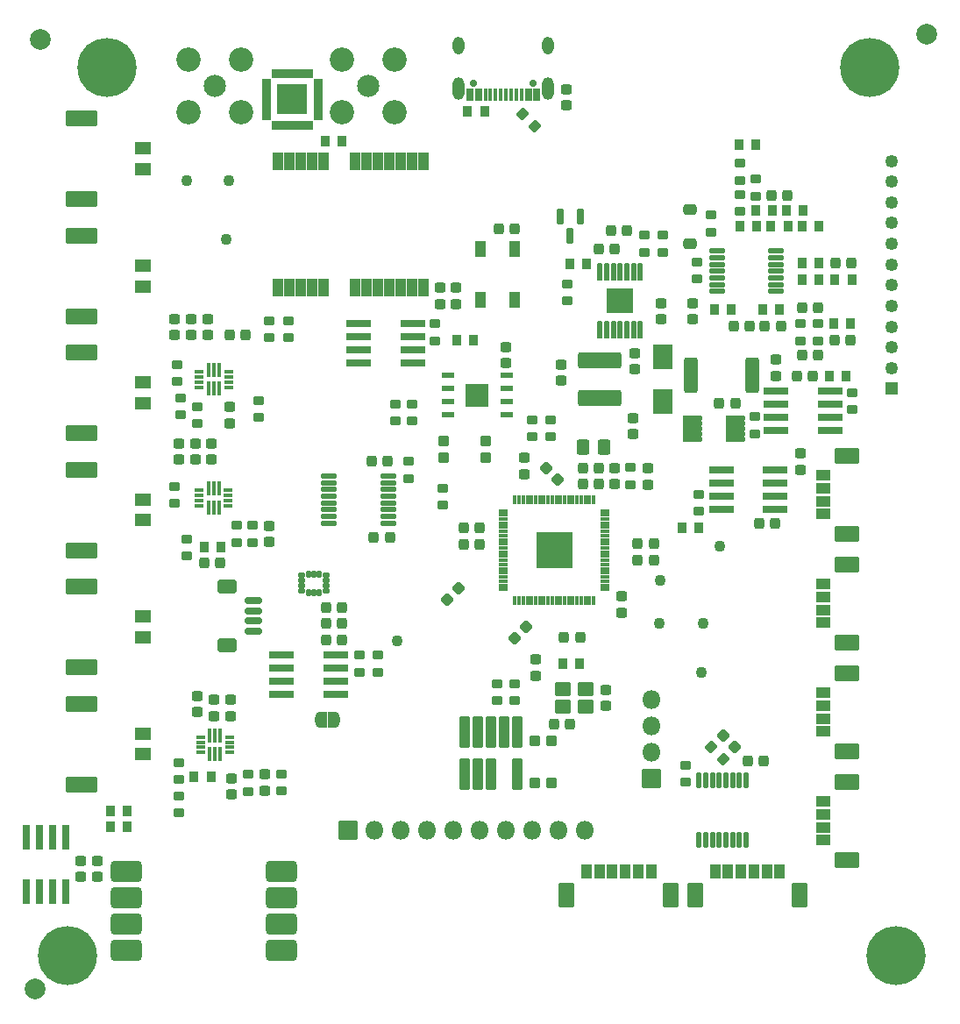
<source format=gts>
%TF.GenerationSoftware,KiCad,Pcbnew,8.0.8*%
%TF.CreationDate,2025-03-29T21:42:45-04:00*%
%TF.ProjectId,ADCS_board,41444353-5f62-46f6-9172-642e6b696361,v1.2*%
%TF.SameCoordinates,Original*%
%TF.FileFunction,Soldermask,Top*%
%TF.FilePolarity,Negative*%
%FSLAX46Y46*%
G04 Gerber Fmt 4.6, Leading zero omitted, Abs format (unit mm)*
G04 Created by KiCad (PCBNEW 8.0.8) date 2025-03-29 21:42:45*
%MOMM*%
%LPD*%
G01*
G04 APERTURE LIST*
G04 Aperture macros list*
%AMRoundRect*
0 Rectangle with rounded corners*
0 $1 Rounding radius*
0 $2 $3 $4 $5 $6 $7 $8 $9 X,Y pos of 4 corners*
0 Add a 4 corners polygon primitive as box body*
4,1,4,$2,$3,$4,$5,$6,$7,$8,$9,$2,$3,0*
0 Add four circle primitives for the rounded corners*
1,1,$1+$1,$2,$3*
1,1,$1+$1,$4,$5*
1,1,$1+$1,$6,$7*
1,1,$1+$1,$8,$9*
0 Add four rect primitives between the rounded corners*
20,1,$1+$1,$2,$3,$4,$5,0*
20,1,$1+$1,$4,$5,$6,$7,0*
20,1,$1+$1,$6,$7,$8,$9,0*
20,1,$1+$1,$8,$9,$2,$3,0*%
%AMFreePoly0*
4,1,35,0.535921,0.785921,0.550800,0.750000,0.550800,-0.750000,0.535921,-0.785921,0.500000,-0.800800,0.000000,-0.800800,-0.012286,-0.795711,-0.071157,-0.795711,-0.085469,-0.793653,-0.222020,-0.753558,-0.235173,-0.747552,-0.354895,-0.670611,-0.365822,-0.661142,-0.459019,-0.553587,-0.466836,-0.541423,-0.525955,-0.411969,-0.530029,-0.398096,-0.550283,-0.257230,-0.550800,-0.250000,-0.550800,0.250000,
-0.550283,0.257230,-0.530029,0.398096,-0.525955,0.411969,-0.466836,0.541423,-0.459019,0.553587,-0.365822,0.661142,-0.354895,0.670611,-0.235173,0.747552,-0.222020,0.753558,-0.085469,0.793653,-0.071157,0.795711,-0.012286,0.795711,0.000000,0.800800,0.500000,0.800800,0.535921,0.785921,0.535921,0.785921,$1*%
%AMFreePoly1*
4,1,35,0.012286,0.795711,0.071157,0.795711,0.085469,0.793653,0.222020,0.753558,0.235173,0.747552,0.354895,0.670611,0.365822,0.661142,0.459019,0.553587,0.466836,0.541423,0.525955,0.411969,0.530029,0.398096,0.550283,0.257230,0.550800,0.250000,0.550800,-0.250000,0.550283,-0.257230,0.530029,-0.398096,0.525955,-0.411969,0.466836,-0.541423,0.459019,-0.553587,0.365822,-0.661142,
0.354895,-0.670611,0.235173,-0.747552,0.222020,-0.753558,0.085469,-0.793653,0.071157,-0.795711,0.012286,-0.795711,0.000000,-0.800800,-0.500000,-0.800800,-0.535921,-0.785921,-0.550800,-0.750000,-0.550800,0.750000,-0.535921,0.785921,-0.500000,0.800800,0.000000,0.800800,0.012286,0.795711,0.012286,0.795711,$1*%
G04 Aperture macros list end*
%ADD10RoundRect,0.063500X-0.152400X0.800100X-0.152400X-0.800100X0.152400X-0.800100X0.152400X0.800100X0*%
%ADD11RoundRect,0.063500X-1.230000X1.155000X-1.230000X-1.155000X1.230000X-1.155000X1.230000X1.155000X0*%
%ADD12RoundRect,0.250400X-0.275400X0.250400X-0.275400X-0.250400X0.275400X-0.250400X0.275400X0.250400X0*%
%ADD13RoundRect,0.250400X0.275400X-0.250400X0.275400X0.250400X-0.275400X0.250400X-0.275400X-0.250400X0*%
%ADD14RoundRect,0.225400X0.225400X0.300400X-0.225400X0.300400X-0.225400X-0.300400X0.225400X-0.300400X0*%
%ADD15RoundRect,0.250400X0.250400X0.275400X-0.250400X0.275400X-0.250400X-0.275400X0.250400X-0.275400X0*%
%ADD16C,5.701600*%
%ADD17C,2.000000*%
%ADD18RoundRect,0.225400X0.371797X0.053033X0.053033X0.371797X-0.371797X-0.053033X-0.053033X-0.371797X0*%
%ADD19RoundRect,0.225400X-0.300400X0.225400X-0.300400X-0.225400X0.300400X-0.225400X0.300400X0.225400X0*%
%ADD20RoundRect,0.225400X-0.225400X-0.300400X0.225400X-0.300400X0.225400X0.300400X-0.225400X0.300400X0*%
%ADD21RoundRect,0.225400X0.300400X-0.225400X0.300400X0.225400X-0.300400X0.225400X-0.300400X-0.225400X0*%
%ADD22RoundRect,0.270735X-0.392565X-1.455065X0.392565X-1.455065X0.392565X1.455065X-0.392565X1.455065X0*%
%ADD23RoundRect,0.355555X-1.795245X0.445245X-1.795245X-0.445245X1.795245X-0.445245X1.795245X0.445245X0*%
%ADD24RoundRect,0.050800X0.889000X0.165100X-0.889000X0.165100X-0.889000X-0.165100X0.889000X-0.165100X0*%
%ADD25RoundRect,0.250400X-0.250400X-0.275400X0.250400X-0.275400X0.250400X0.275400X-0.250400X0.275400X0*%
%ADD26C,0.701600*%
%ADD27RoundRect,0.050800X0.300000X0.575000X-0.300000X0.575000X-0.300000X-0.575000X0.300000X-0.575000X0*%
%ADD28RoundRect,0.050800X0.150000X0.575000X-0.150000X0.575000X-0.150000X-0.575000X0.150000X-0.575000X0*%
%ADD29O,1.101600X2.201600*%
%ADD30O,1.101600X1.701600*%
%ADD31RoundRect,0.525400X-1.025400X-0.525400X1.025400X-0.525400X1.025400X0.525400X-1.025400X0.525400X0*%
%ADD32RoundRect,0.250400X-0.017678X0.371797X-0.371797X0.017678X0.017678X-0.371797X0.371797X-0.017678X0*%
%ADD33RoundRect,0.050800X0.725000X-0.550000X0.725000X0.550000X-0.725000X0.550000X-0.725000X-0.550000X0*%
%ADD34RoundRect,0.050800X1.449999X-0.675000X1.449999X0.675000X-1.449999X0.675000X-1.449999X-0.675000X0*%
%ADD35C,1.101600*%
%ADD36RoundRect,0.063500X0.152400X-0.381000X0.152400X0.381000X-0.152400X0.381000X-0.152400X-0.381000X0*%
%ADD37RoundRect,0.063500X0.381000X0.152400X-0.381000X0.152400X-0.381000X-0.152400X0.381000X-0.152400X0*%
%ADD38RoundRect,0.063500X-0.152400X0.381000X-0.152400X-0.381000X0.152400X-0.381000X0.152400X0.381000X0*%
%ADD39RoundRect,0.063500X-0.381000X-0.152400X0.381000X-0.152400X0.381000X0.152400X-0.381000X0.152400X0*%
%ADD40RoundRect,0.063500X1.397000X-1.397000X1.397000X1.397000X-1.397000X1.397000X-1.397000X-1.397000X0*%
%ADD41RoundRect,0.125400X0.125400X-0.662900X0.125400X0.662900X-0.125400X0.662900X-0.125400X-0.662900X0*%
%ADD42RoundRect,0.050800X-0.647700X0.419100X-0.647700X-0.419100X0.647700X-0.419100X0.647700X0.419100X0*%
%ADD43RoundRect,0.050800X-1.130300X0.698500X-1.130300X-0.698500X1.130300X-0.698500X1.130300X0.698500X0*%
%ADD44RoundRect,0.050800X0.419100X0.647700X-0.419100X0.647700X-0.419100X-0.647700X0.419100X-0.647700X0*%
%ADD45RoundRect,0.050800X0.698500X1.130300X-0.698500X1.130300X-0.698500X-1.130300X0.698500X-1.130300X0*%
%ADD46RoundRect,0.050800X-0.450000X0.750000X-0.450000X-0.750000X0.450000X-0.750000X0.450000X0.750000X0*%
%ADD47RoundRect,0.050800X-0.100000X0.650000X-0.100000X-0.650000X0.100000X-0.650000X0.100000X0.650000X0*%
%ADD48RoundRect,0.050800X-0.400000X-0.125000X0.400000X-0.125000X0.400000X0.125000X-0.400000X0.125000X0*%
%ADD49RoundRect,0.272087X-0.353713X-0.478713X0.353713X-0.478713X0.353713X0.478713X-0.353713X0.478713X0*%
%ADD50RoundRect,0.080400X0.360400X-0.080400X0.360400X0.080400X-0.360400X0.080400X-0.360400X-0.080400X0*%
%ADD51RoundRect,0.080400X-0.080400X-0.360400X0.080400X-0.360400X0.080400X0.360400X-0.080400X0.360400X0*%
%ADD52RoundRect,0.050800X-0.566666X-0.566666X0.566666X-0.566666X0.566666X0.566666X-0.566666X0.566666X0*%
%ADD53RoundRect,0.175400X-0.175400X0.612900X-0.175400X-0.612900X0.175400X-0.612900X0.175400X0.612900X0*%
%ADD54RoundRect,0.102000X-0.237500X-0.125000X0.237500X-0.125000X0.237500X0.125000X-0.237500X0.125000X0*%
%ADD55RoundRect,0.102000X0.125000X-0.237500X0.125000X0.237500X-0.125000X0.237500X-0.125000X-0.237500X0*%
%ADD56FreePoly0,0.000000*%
%ADD57FreePoly1,0.000000*%
%ADD58RoundRect,0.102000X-0.370000X-1.395000X0.370000X-1.395000X0.370000X1.395000X-0.370000X1.395000X0*%
%ADD59RoundRect,0.050800X-0.700000X-0.600000X0.700000X-0.600000X0.700000X0.600000X-0.700000X0.600000X0*%
%ADD60RoundRect,0.125400X-0.662900X-0.125400X0.662900X-0.125400X0.662900X0.125400X-0.662900X0.125400X0*%
%ADD61RoundRect,0.050800X0.304800X1.104900X-0.304800X1.104900X-0.304800X-1.104900X0.304800X-1.104900X0*%
%ADD62RoundRect,0.050800X0.450000X0.450000X-0.450000X0.450000X-0.450000X-0.450000X0.450000X-0.450000X0*%
%ADD63RoundRect,0.050800X-1.104900X0.304800X-1.104900X-0.304800X1.104900X-0.304800X1.104900X0.304800X0*%
%ADD64RoundRect,0.050800X1.104900X-0.304800X1.104900X0.304800X-1.104900X0.304800X-1.104900X-0.304800X0*%
%ADD65RoundRect,0.175400X0.650400X-0.175400X0.650400X0.175400X-0.650400X0.175400X-0.650400X-0.175400X0*%
%ADD66RoundRect,0.271166X0.679634X-0.379634X0.679634X0.379634X-0.679634X0.379634X-0.679634X-0.379634X0*%
%ADD67RoundRect,0.050800X0.850000X0.850000X-0.850000X0.850000X-0.850000X-0.850000X0.850000X-0.850000X0*%
%ADD68O,1.801600X1.801600*%
%ADD69RoundRect,0.063500X0.406400X0.812800X-0.406400X0.812800X-0.406400X-0.812800X0.406400X-0.812800X0*%
%ADD70RoundRect,0.050800X0.850000X-0.850000X0.850000X0.850000X-0.850000X0.850000X-0.850000X-0.850000X0*%
%ADD71RoundRect,0.225400X-0.371797X-0.053033X-0.053033X-0.371797X0.371797X0.053033X0.053033X0.371797X0*%
%ADD72RoundRect,0.125400X0.662900X0.125400X-0.662900X0.125400X-0.662900X-0.125400X0.662900X-0.125400X0*%
%ADD73RoundRect,0.063500X-0.525000X-0.225000X0.525000X-0.225000X0.525000X0.225000X-0.525000X0.225000X0*%
%ADD74RoundRect,0.063500X1.050000X-1.050000X1.050000X1.050000X-1.050000X1.050000X-1.050000X-1.050000X0*%
%ADD75RoundRect,0.250400X0.371797X0.017678X0.017678X0.371797X-0.371797X-0.017678X-0.017678X-0.371797X0*%
%ADD76RoundRect,0.050800X-0.450000X0.450000X-0.450000X-0.450000X0.450000X-0.450000X0.450000X0.450000X0*%
%ADD77RoundRect,0.250400X-0.371797X-0.017678X-0.017678X-0.371797X0.371797X0.017678X0.017678X0.371797X0*%
%ADD78RoundRect,0.050800X-0.850000X-1.175000X0.850000X-1.175000X0.850000X1.175000X-0.850000X1.175000X0*%
%ADD79RoundRect,0.250400X-0.400400X0.250400X-0.400400X-0.250400X0.400400X-0.250400X0.400400X0.250400X0*%
%ADD80C,2.151600*%
%ADD81C,2.351600*%
%ADD82RoundRect,0.050800X-0.575000X0.575000X-0.575000X-0.575000X0.575000X-0.575000X0.575000X0.575000X0*%
%ADD83C,1.251600*%
G04 APERTURE END LIST*
D10*
X158766134Y-77289496D03*
X158116121Y-77289496D03*
X157466112Y-77289496D03*
X156816100Y-77289496D03*
X156166088Y-77289496D03*
X155516079Y-77289496D03*
X154866066Y-77289496D03*
X154866066Y-82826696D03*
X155516079Y-82826696D03*
X156166088Y-82826696D03*
X156816100Y-82826696D03*
X157466112Y-82826696D03*
X158116121Y-82826696D03*
X158766134Y-82826696D03*
D11*
X156816100Y-80058096D03*
D12*
X151100000Y-86250000D03*
X151100000Y-87800000D03*
D13*
X158050000Y-92975000D03*
X158050000Y-91425000D03*
X158200000Y-86690500D03*
X158200000Y-85140500D03*
D14*
X153606000Y-76517500D03*
X151956000Y-76517500D03*
D15*
X156286500Y-75057000D03*
X154736500Y-75057000D03*
D16*
X107236100Y-57564100D03*
X103426100Y-143294100D03*
X183426100Y-143294100D03*
X180896100Y-57564100D03*
D17*
X100330000Y-146558000D03*
D18*
X148583363Y-63183363D03*
X147416637Y-62016637D03*
D13*
X151600000Y-61200000D03*
X151600000Y-59650000D03*
D19*
X159194500Y-73724000D03*
X159194500Y-75374000D03*
D20*
X142075000Y-61800000D03*
X143725000Y-61800000D03*
D15*
X157493000Y-73279000D03*
X155943000Y-73279000D03*
D19*
X151750000Y-78425000D03*
X151750000Y-80075000D03*
D21*
X160909000Y-75374000D03*
X160909000Y-73724000D03*
D22*
X163637500Y-87300000D03*
X169562500Y-87300000D03*
D23*
X154813000Y-85830000D03*
X154813000Y-89430000D03*
D13*
X160750000Y-81875000D03*
X160750000Y-80325000D03*
X163785950Y-81875000D03*
X163785950Y-80325000D03*
D21*
X169800000Y-92925000D03*
X169800000Y-91275000D03*
D24*
X167944700Y-93400001D03*
X167944700Y-92899999D03*
X167944700Y-92400000D03*
X167944700Y-91900001D03*
X167944700Y-91399999D03*
X163855300Y-91399999D03*
X163855300Y-91900001D03*
X163855300Y-92400000D03*
X163855300Y-92899999D03*
X163855300Y-93400001D03*
D25*
X166375000Y-90000000D03*
X167925000Y-90000000D03*
D26*
X148437000Y-59053000D03*
X142667000Y-59053000D03*
D27*
X148752000Y-60128000D03*
X147952000Y-60128000D03*
D28*
X146802000Y-60128000D03*
X145802000Y-60128000D03*
X145302000Y-60128000D03*
X144302000Y-60128000D03*
D27*
X143152000Y-60128000D03*
X142352000Y-60128000D03*
D28*
X143802000Y-60128000D03*
X144802000Y-60128000D03*
X146302000Y-60128000D03*
X147302000Y-60128000D03*
D29*
X149872000Y-59553000D03*
D30*
X149872000Y-55413000D03*
D29*
X141232000Y-59553000D03*
D30*
X141232000Y-55413000D03*
D31*
X109100000Y-135180000D03*
X109100000Y-137720000D03*
X109100000Y-140260000D03*
X109100000Y-142800000D03*
X124100000Y-135180000D03*
X124100000Y-137720000D03*
X124100000Y-140260000D03*
X124100000Y-142800000D03*
D32*
X147750000Y-111551992D03*
X146653984Y-112648008D03*
D25*
X158525000Y-105100000D03*
X160075000Y-105100000D03*
X150425000Y-120950000D03*
X151975000Y-120950000D03*
D33*
X110750000Y-76671501D03*
X110750000Y-78671502D03*
D34*
X104775001Y-73776503D03*
X104775001Y-81566498D03*
D20*
X141025000Y-83850000D03*
X142675000Y-83850000D03*
D25*
X169132125Y-124544624D03*
X170682125Y-124544624D03*
D13*
X117330000Y-95375000D03*
X117330000Y-93825000D03*
D17*
X186436000Y-54356000D03*
D15*
X143275000Y-103600000D03*
X141725000Y-103600000D03*
D12*
X119300000Y-126175000D03*
X119300000Y-127725000D03*
D14*
X109225000Y-129300000D03*
X107575000Y-129300000D03*
D21*
X164204500Y-77947000D03*
X164204500Y-76297000D03*
D19*
X122920000Y-81975000D03*
X122920000Y-83625000D03*
D35*
X118750000Y-74150000D03*
D25*
X128425000Y-111250000D03*
X129975000Y-111250000D03*
D33*
X110750000Y-110571500D03*
X110750000Y-112571501D03*
D34*
X104775001Y-107676502D03*
X104775001Y-115466497D03*
D14*
X172240000Y-80917000D03*
X170590000Y-80917000D03*
D21*
X148300000Y-93225000D03*
X148300000Y-91575000D03*
D19*
X139700000Y-98175000D03*
X139700000Y-99825000D03*
D36*
X123400000Y-63110000D03*
X123900000Y-63110000D03*
X124400000Y-63110000D03*
X124900000Y-63110000D03*
X125400000Y-63110000D03*
X125900000Y-63110000D03*
X126400000Y-63110000D03*
X126900000Y-63110000D03*
D37*
X127650000Y-62360000D03*
X127650000Y-61860000D03*
X127650000Y-61360000D03*
X127650000Y-60860000D03*
X127650000Y-60360000D03*
X127650000Y-59860000D03*
X127650000Y-59360000D03*
X127650000Y-58860000D03*
D38*
X126900000Y-58110000D03*
X126400000Y-58110000D03*
X125900000Y-58110000D03*
X125400000Y-58110000D03*
X124900000Y-58110000D03*
X124400000Y-58110000D03*
X123900000Y-58110000D03*
X123400000Y-58110000D03*
D39*
X122650000Y-58860000D03*
X122650000Y-59360000D03*
X122650000Y-59860000D03*
X122650000Y-60360000D03*
X122650000Y-60860000D03*
X122650000Y-61360000D03*
X122650000Y-61860000D03*
X122650000Y-62360000D03*
D40*
X125150000Y-60610000D03*
D12*
X119115000Y-90345000D03*
X119115000Y-91895000D03*
D19*
X115000000Y-103075000D03*
X115000000Y-104725000D03*
X121350000Y-101775000D03*
X121350000Y-103425000D03*
D20*
X168377000Y-72877000D03*
X170027000Y-72877000D03*
X171377000Y-72877000D03*
X173027000Y-72877000D03*
D19*
X179250000Y-88925000D03*
X179250000Y-90575000D03*
D12*
X148650000Y-114725000D03*
X148650000Y-116275000D03*
D33*
X110750000Y-121871501D03*
X110750000Y-123871502D03*
D34*
X104775001Y-118976503D03*
X104775001Y-126766498D03*
D20*
X174375000Y-76400000D03*
X176025000Y-76400000D03*
D35*
X166450000Y-103750000D03*
X115000000Y-68500000D03*
D13*
X106300000Y-135725000D03*
X106300000Y-134175000D03*
D20*
X174377000Y-72877000D03*
X176027000Y-72877000D03*
D15*
X172977000Y-69877000D03*
X171427000Y-69877000D03*
D21*
X136700000Y-91675000D03*
X136700000Y-90025000D03*
D15*
X143275000Y-102000000D03*
X141725000Y-102000000D03*
D25*
X153225000Y-96250000D03*
X154775000Y-96250000D03*
D32*
X141248008Y-107851992D03*
X140151992Y-108948008D03*
D19*
X168402000Y-69802000D03*
X168402000Y-71452000D03*
D41*
X164432125Y-132107124D03*
X165082125Y-132107124D03*
X165732125Y-132107124D03*
X166382125Y-132107124D03*
X167032125Y-132107124D03*
X167682125Y-132107124D03*
X168332125Y-132107124D03*
X168982125Y-132107124D03*
X168982125Y-126382124D03*
X168332125Y-126382124D03*
X167682125Y-126382124D03*
X167032125Y-126382124D03*
X166382125Y-126382124D03*
X165732125Y-126382124D03*
X165082125Y-126382124D03*
X164432125Y-126382124D03*
D19*
X174200000Y-82266999D03*
X174200000Y-83916999D03*
D13*
X113800000Y-83375000D03*
X113800000Y-81825000D03*
D21*
X164450000Y-100425000D03*
X164450000Y-98775000D03*
D12*
X157000000Y-108625000D03*
X157000000Y-110175000D03*
D13*
X141000000Y-80375000D03*
X141000000Y-78825000D03*
X114200000Y-95375000D03*
X114200000Y-93825000D03*
D19*
X133400000Y-114275000D03*
X133400000Y-115925000D03*
D15*
X172345000Y-82490000D03*
X170795000Y-82490000D03*
D42*
X176405800Y-132175000D03*
X176405800Y-130925000D03*
X176405800Y-129675000D03*
X176405800Y-128425000D03*
D43*
X178700690Y-126524999D03*
X178700690Y-134075001D03*
D25*
X151400000Y-112600000D03*
X152950000Y-112600000D03*
D44*
X165982125Y-135150424D03*
X167232125Y-135150424D03*
X168482125Y-135150424D03*
X169732125Y-135150424D03*
X170982125Y-135150424D03*
X172232125Y-135150424D03*
D45*
X174132126Y-137445314D03*
X164082124Y-137445314D03*
D13*
X156300000Y-97775000D03*
X156300000Y-96225000D03*
D15*
X134375000Y-95600000D03*
X132825000Y-95600000D03*
D46*
X146600000Y-75100000D03*
X143300000Y-75100000D03*
X143300000Y-80000000D03*
X146600000Y-80000000D03*
D25*
X167795000Y-82490000D03*
X169345000Y-82490000D03*
D47*
X118090126Y-86770188D03*
X117590000Y-86770188D03*
X117089874Y-86770188D03*
D48*
X116190000Y-86920000D03*
X116190000Y-87420126D03*
X116190000Y-87920252D03*
X116190000Y-88420378D03*
D47*
X117089874Y-88570190D03*
X117590000Y-88570190D03*
X118090126Y-88570190D03*
D48*
X118990000Y-88420378D03*
X118990000Y-87920252D03*
X118990000Y-87420126D03*
X118990000Y-86920000D03*
D15*
X179175000Y-76400000D03*
X177625000Y-76400000D03*
X171775000Y-101600000D03*
X170225000Y-101600000D03*
D49*
X153197303Y-94217303D03*
X155247303Y-94217303D03*
D42*
X176405800Y-100675000D03*
X176405800Y-99425000D03*
X176405800Y-98175000D03*
X176405800Y-96925000D03*
D43*
X178700690Y-95024999D03*
X178700690Y-102575001D03*
D14*
X179076001Y-82281999D03*
X177426001Y-82281999D03*
D13*
X104700000Y-135725000D03*
X104700000Y-134175000D03*
D19*
X124100000Y-125775000D03*
X124100000Y-127425000D03*
X114390000Y-89445000D03*
X114390000Y-91095000D03*
D50*
X145563500Y-100343333D03*
X145563500Y-100743333D03*
X145563500Y-101143333D03*
X145563500Y-101543333D03*
X145563500Y-101943333D03*
X145563500Y-102343333D03*
X145563500Y-102743333D03*
X145563500Y-103143333D03*
X145563500Y-103543333D03*
X145563500Y-103943333D03*
X145563500Y-104343333D03*
X145563500Y-104743333D03*
X145563500Y-105143333D03*
X145563500Y-105543333D03*
X145563500Y-105943333D03*
X145563500Y-106343333D03*
X145563500Y-106743333D03*
X145563500Y-107143333D03*
X145563500Y-107543333D03*
X145563500Y-107943333D03*
D51*
X146660000Y-109039833D03*
X147060000Y-109039833D03*
X147460000Y-109039833D03*
X147860000Y-109039833D03*
X148260000Y-109039833D03*
X148660000Y-109039833D03*
X149060000Y-109039833D03*
X149460000Y-109039833D03*
X149860000Y-109039833D03*
X150260000Y-109039833D03*
X150660000Y-109039833D03*
X151060000Y-109039833D03*
X151460000Y-109039833D03*
X151860000Y-109039833D03*
X152260000Y-109039833D03*
X152660000Y-109039833D03*
X153060000Y-109039833D03*
X153460000Y-109039833D03*
X153860000Y-109039833D03*
X154260000Y-109039833D03*
D50*
X155356500Y-107943333D03*
X155356500Y-107543333D03*
X155356500Y-107143333D03*
X155356500Y-106743333D03*
X155356500Y-106343333D03*
X155356500Y-105943333D03*
X155356500Y-105543333D03*
X155356500Y-105143333D03*
X155356500Y-104743333D03*
X155356500Y-104343333D03*
X155356500Y-103943333D03*
X155356500Y-103543333D03*
X155356500Y-103143333D03*
X155356500Y-102743333D03*
X155356500Y-102343333D03*
X155356500Y-101943333D03*
X155356500Y-101543333D03*
X155356500Y-101143333D03*
X155356500Y-100743333D03*
X155356500Y-100343333D03*
D51*
X154260000Y-99246833D03*
X153860000Y-99246833D03*
X153460000Y-99246833D03*
X153060000Y-99246833D03*
X152660000Y-99246833D03*
X152260000Y-99246833D03*
X151860000Y-99246833D03*
X151460000Y-99246833D03*
X151060000Y-99246833D03*
X150660000Y-99246833D03*
X150260000Y-99246833D03*
X149860000Y-99246833D03*
X149460000Y-99246833D03*
X149060000Y-99246833D03*
X148660000Y-99246833D03*
X148260000Y-99246833D03*
X147860000Y-99246833D03*
X147460000Y-99246833D03*
X147060000Y-99246833D03*
X146660000Y-99246833D03*
D26*
X149326667Y-103010000D03*
D52*
X149326667Y-103010000D03*
D26*
X149326667Y-104143333D03*
D52*
X149326667Y-104143333D03*
D26*
X149326667Y-105276666D03*
D52*
X149326667Y-105276666D03*
D26*
X150460000Y-103010000D03*
D52*
X150460000Y-103010000D03*
D26*
X150460000Y-104143333D03*
D52*
X150460000Y-104143333D03*
D26*
X150460000Y-105276666D03*
D52*
X150460000Y-105276666D03*
D26*
X151593333Y-103010000D03*
D52*
X151593333Y-103010000D03*
D26*
X151593333Y-104143333D03*
D52*
X151593333Y-104143333D03*
D26*
X151593333Y-105276666D03*
D52*
X151593333Y-105276666D03*
D15*
X175926001Y-80700000D03*
X174376001Y-80700000D03*
D53*
X152950000Y-71962500D03*
X151050000Y-71962500D03*
X152000000Y-73837500D03*
D47*
X118065000Y-98220000D03*
X117564874Y-98220000D03*
X117064748Y-98220000D03*
D48*
X116164874Y-98369812D03*
X116164874Y-98869938D03*
X116164874Y-99370064D03*
X116164874Y-99870190D03*
D47*
X117064748Y-100020002D03*
X117564874Y-100020002D03*
X118065000Y-100020002D03*
D48*
X118964874Y-99870190D03*
X118964874Y-99370064D03*
X118964874Y-98869938D03*
X118964874Y-98369812D03*
D14*
X179225000Y-78000000D03*
X177575000Y-78000000D03*
D54*
X126075000Y-106600000D03*
X126075000Y-107100000D03*
X126075000Y-107600000D03*
X126075000Y-108100000D03*
D55*
X126737500Y-108262500D03*
X127237500Y-108262500D03*
X127737500Y-108262500D03*
D54*
X128400000Y-108100000D03*
X128400000Y-107600000D03*
X128400000Y-107100000D03*
X128400000Y-106600000D03*
D55*
X127737500Y-106437500D03*
X127237500Y-106437500D03*
X126737500Y-106437500D03*
D20*
X107575000Y-130900000D03*
X109225000Y-130900000D03*
D56*
X127900000Y-120550000D03*
D57*
X129200000Y-120550000D03*
D58*
X141795000Y-125800000D03*
X141795000Y-121730000D03*
X143065000Y-125800000D03*
X143065000Y-121730000D03*
X144335000Y-125800000D03*
X144335000Y-121730000D03*
X145605000Y-121730000D03*
X146875000Y-125800000D03*
X146875000Y-121730000D03*
D59*
X151300000Y-119250000D03*
X153500000Y-119250000D03*
X153500000Y-117550000D03*
X151300000Y-117550000D03*
D25*
X128425000Y-112800000D03*
X129975000Y-112800000D03*
D13*
X115400000Y-83375000D03*
X115400000Y-81825000D03*
D60*
X128700000Y-97000000D03*
X128700000Y-97650000D03*
X128700000Y-98300000D03*
X128700000Y-98950000D03*
X128700000Y-99600000D03*
X128700000Y-100250000D03*
X128700000Y-100900000D03*
X128700000Y-101550000D03*
X134425000Y-101550000D03*
X134425000Y-100900000D03*
X134425000Y-100250000D03*
X134425000Y-99600000D03*
X134425000Y-98950000D03*
X134425000Y-98300000D03*
X134425000Y-97650000D03*
X134425000Y-97000000D03*
D19*
X121900000Y-89675000D03*
X121900000Y-91325000D03*
D61*
X103305000Y-131883800D03*
X102035000Y-131883800D03*
X100765000Y-131883800D03*
X99495000Y-131883800D03*
X99495000Y-137116200D03*
X100765000Y-137116200D03*
X102035000Y-137116200D03*
X103305000Y-137116200D03*
D42*
X176405800Y-111175000D03*
X176405800Y-109925000D03*
X176405800Y-108675000D03*
X176405800Y-107425000D03*
D43*
X178700690Y-105524999D03*
X178700690Y-113075001D03*
D62*
X139750000Y-95200000D03*
X143850000Y-95200000D03*
X139750000Y-93600000D03*
X143850000Y-93600000D03*
D63*
X166583800Y-96406900D03*
X166583800Y-97676900D03*
X166583800Y-98946900D03*
X166583800Y-100216900D03*
X171816200Y-100216900D03*
X171816200Y-98946900D03*
X171816200Y-97676900D03*
X171816200Y-96406900D03*
D64*
X129382400Y-118105000D03*
X129382400Y-116835000D03*
X129382400Y-115565000D03*
X129382400Y-114295000D03*
X124150000Y-114295000D03*
X124150000Y-115565000D03*
X124150000Y-116835000D03*
X124150000Y-118105000D03*
D65*
X121425000Y-112000000D03*
X121425000Y-111000000D03*
X121425000Y-110000000D03*
X121425000Y-109000000D03*
D66*
X118900000Y-113300000D03*
X118900000Y-107700000D03*
D35*
X135300000Y-112900000D03*
D21*
X175901001Y-83916999D03*
X175901001Y-82266999D03*
D13*
X115780000Y-95375000D03*
X115780000Y-93825000D03*
D14*
X176025000Y-78000000D03*
X174375000Y-78000000D03*
D67*
X159800000Y-126220000D03*
D68*
X159800000Y-123680000D03*
X159800000Y-121140000D03*
X159800000Y-118600000D03*
D20*
X128325000Y-64650000D03*
X129975000Y-64650000D03*
D15*
X175926001Y-85341999D03*
X174376001Y-85341999D03*
D21*
X114000000Y-87865000D03*
X114000000Y-86215000D03*
D17*
X100838000Y-54864000D03*
D20*
X172877000Y-71377000D03*
X174527000Y-71377000D03*
D13*
X117600000Y-120175000D03*
X117600000Y-118625000D03*
D69*
X137800000Y-66600000D03*
X136700000Y-66600000D03*
X135600000Y-66600000D03*
X134500000Y-66600000D03*
X133400000Y-66600000D03*
X132300000Y-66600000D03*
X131200000Y-66600000D03*
X128200000Y-66600000D03*
X127100000Y-66600000D03*
X126000000Y-66600000D03*
X124900000Y-66600000D03*
X123800000Y-66600000D03*
X123800000Y-78800000D03*
X124900000Y-78800000D03*
X126000000Y-78800000D03*
X127100000Y-78800000D03*
X128200000Y-78800000D03*
X131200000Y-78800000D03*
X132300000Y-78800000D03*
X133400000Y-78800000D03*
X134500000Y-78800000D03*
X135600000Y-78800000D03*
X136700000Y-78800000D03*
X137800000Y-78800000D03*
D42*
X176405800Y-121675000D03*
X176405800Y-120425000D03*
X176405800Y-119175000D03*
X176405800Y-117925000D03*
D43*
X178700690Y-116024999D03*
X178700690Y-123575001D03*
D21*
X146650000Y-118675000D03*
X146650000Y-117025000D03*
D35*
X160600000Y-111200000D03*
D70*
X130560000Y-131200000D03*
D68*
X133100000Y-131200000D03*
X135640000Y-131200000D03*
X138180000Y-131200000D03*
X140720000Y-131200000D03*
X143260000Y-131200000D03*
X145800000Y-131200000D03*
X148340000Y-131200000D03*
X150880000Y-131200000D03*
X153420000Y-131200000D03*
D71*
X165623762Y-123161261D03*
X166790488Y-124327987D03*
D33*
X110750000Y-87971500D03*
X110750000Y-89971501D03*
D34*
X104775001Y-85076502D03*
X104775001Y-92866497D03*
D64*
X136816200Y-86105000D03*
X136816200Y-84835000D03*
X136816200Y-83565000D03*
X136816200Y-82295000D03*
X131583800Y-82295000D03*
X131583800Y-83565000D03*
X131583800Y-84835000D03*
X131583800Y-86105000D03*
D19*
X138900000Y-82275000D03*
X138900000Y-83925000D03*
D25*
X133025000Y-102900000D03*
X134575000Y-102900000D03*
D19*
X168402000Y-66802000D03*
X168402000Y-68452000D03*
D21*
X165615000Y-73445000D03*
X165615000Y-71795000D03*
D13*
X119200000Y-120175000D03*
X119200000Y-118625000D03*
X147550000Y-96800000D03*
X147550000Y-95250000D03*
D35*
X119000000Y-68450000D03*
X160700000Y-107100000D03*
D19*
X114200000Y-124675000D03*
X114200000Y-126325000D03*
D12*
X122900000Y-101825000D03*
X122900000Y-103375000D03*
D72*
X171885000Y-79170000D03*
X171885000Y-78520000D03*
X171885000Y-77870000D03*
X171885000Y-77220000D03*
X171885000Y-76570000D03*
X171885000Y-75920000D03*
X171885000Y-75270000D03*
X166160000Y-75270000D03*
X166160000Y-75920000D03*
X166160000Y-76570000D03*
X166160000Y-77220000D03*
X166160000Y-77870000D03*
X166160000Y-78520000D03*
X166160000Y-79170000D03*
D64*
X177116200Y-92605000D03*
X177116200Y-91335000D03*
X177116200Y-90065000D03*
X177116200Y-88795000D03*
X171883800Y-88795000D03*
X171883800Y-90065000D03*
X171883800Y-91335000D03*
X171883800Y-92605000D03*
D25*
X158525000Y-103550000D03*
X160075000Y-103550000D03*
D73*
X140160000Y-87295000D03*
X140160000Y-88565000D03*
X140160000Y-89835000D03*
X140160000Y-91105000D03*
X145860000Y-91105000D03*
X145860000Y-89835000D03*
X145860000Y-88565000D03*
X145860000Y-87295000D03*
D74*
X143010000Y-89200000D03*
D15*
X146625000Y-73160000D03*
X145075000Y-73160000D03*
D13*
X116000000Y-119775000D03*
X116000000Y-118225000D03*
D75*
X150748008Y-97298008D03*
X149651992Y-96201992D03*
D76*
X150200000Y-126650000D03*
X150200000Y-122550000D03*
X148600000Y-126650000D03*
X148600000Y-122550000D03*
D12*
X155400000Y-117625000D03*
X155400000Y-119175000D03*
D19*
X124750000Y-81975000D03*
X124750000Y-83625000D03*
D35*
X164700000Y-116000000D03*
D21*
X113800000Y-99625000D03*
X113800000Y-97975000D03*
D20*
X177025000Y-87350000D03*
X178675000Y-87350000D03*
D77*
X166759117Y-122096616D03*
X167855133Y-123192632D03*
D78*
X160900000Y-85500000D03*
X160900000Y-89800000D03*
D44*
X153557124Y-135149734D03*
X154807124Y-135149734D03*
X156057124Y-135149734D03*
X157307124Y-135149734D03*
X158557124Y-135149734D03*
X159807124Y-135149734D03*
D45*
X161707125Y-137444624D03*
X151657123Y-137444624D03*
D19*
X131650000Y-114275000D03*
X131650000Y-115925000D03*
D20*
X169877000Y-71377000D03*
X171527000Y-71377000D03*
D14*
X117325000Y-126025000D03*
X115675000Y-126025000D03*
D33*
X110750000Y-65371500D03*
X110750000Y-67371501D03*
D34*
X104775001Y-62476502D03*
X104775001Y-70266497D03*
D47*
X118200126Y-122050062D03*
X117700000Y-122050062D03*
X117199874Y-122050062D03*
D48*
X116300000Y-122199874D03*
X116300000Y-122700000D03*
X116300000Y-123200126D03*
X116300000Y-123700252D03*
D47*
X117199874Y-123850064D03*
X117700000Y-123850064D03*
X118200126Y-123850064D03*
D48*
X119100000Y-123700252D03*
X119100000Y-123200126D03*
X119100000Y-122700000D03*
X119100000Y-122199874D03*
D15*
X118225000Y-105400000D03*
X116675000Y-105400000D03*
D19*
X115990000Y-90270000D03*
X115990000Y-91920000D03*
D13*
X174200000Y-96375000D03*
X174200000Y-94825000D03*
D25*
X177516001Y-83861999D03*
X179066001Y-83861999D03*
D33*
X110750000Y-99271501D03*
X110750000Y-101271502D03*
D34*
X104775001Y-96376503D03*
X104775001Y-104166498D03*
D20*
X168275000Y-65000000D03*
X169925000Y-65000000D03*
D35*
X164800000Y-111250000D03*
D14*
X167565000Y-80900000D03*
X165915000Y-80900000D03*
D19*
X169902000Y-68302000D03*
X169902000Y-69952000D03*
D21*
X150100000Y-93225000D03*
X150100000Y-91575000D03*
D13*
X159512000Y-97816000D03*
X159512000Y-96266000D03*
D19*
X114200000Y-127875000D03*
X114200000Y-129525000D03*
D14*
X164425000Y-102000000D03*
X162775000Y-102000000D03*
D19*
X135100000Y-90025000D03*
X135100000Y-91675000D03*
D79*
X163600000Y-71300000D03*
X163600000Y-74600000D03*
D19*
X136400000Y-95575000D03*
X136400000Y-97225000D03*
D13*
X171900000Y-87325000D03*
X171900000Y-85775000D03*
D14*
X152925000Y-115150000D03*
X151275000Y-115150000D03*
D19*
X157800000Y-96175000D03*
X157800000Y-97825000D03*
D13*
X145800000Y-86075000D03*
X145800000Y-84525000D03*
D19*
X163107125Y-124919624D03*
X163107125Y-126569624D03*
D25*
X128425000Y-109700000D03*
X129975000Y-109700000D03*
D12*
X122470000Y-125825000D03*
X122470000Y-127375000D03*
D13*
X139450000Y-80375000D03*
X139450000Y-78825000D03*
D19*
X120900000Y-125800000D03*
X120900000Y-127450000D03*
D25*
X173900000Y-87350000D03*
X175450000Y-87350000D03*
D19*
X119770000Y-101765000D03*
X119770000Y-103415000D03*
D21*
X144900000Y-118675000D03*
X144900000Y-117025000D03*
D25*
X153225000Y-97750000D03*
X154775000Y-97750000D03*
D13*
X117000000Y-83375000D03*
X117000000Y-81825000D03*
D14*
X118280000Y-103840000D03*
X116630000Y-103840000D03*
D15*
X120665000Y-83330000D03*
X119115000Y-83330000D03*
D80*
X132450000Y-59350000D03*
D81*
X129910000Y-56810000D03*
X129910000Y-61890000D03*
X134990000Y-56810000D03*
X134990000Y-61890000D03*
D82*
X183050000Y-88569999D03*
D83*
X183050000Y-86569998D03*
X183050000Y-84569999D03*
X183050000Y-82569998D03*
X183050000Y-80570000D03*
X183050000Y-78569999D03*
X183050000Y-76570000D03*
X183050000Y-74569999D03*
X183050000Y-72569998D03*
X183050000Y-70569999D03*
X183050000Y-68569999D03*
X183050000Y-66569999D03*
D80*
X117650000Y-59350000D03*
D81*
X120190000Y-56810000D03*
X115110000Y-56810000D03*
X120190000Y-61890000D03*
X115110000Y-61890000D03*
M02*

</source>
